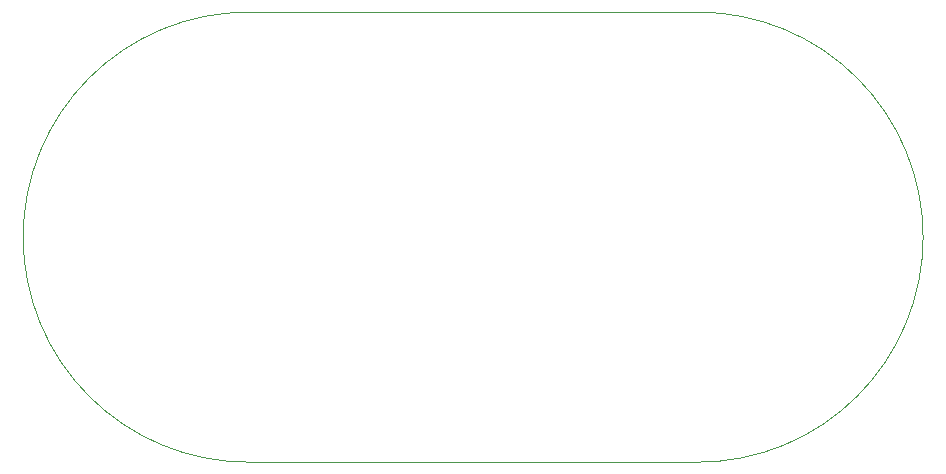
<source format=gbr>
G04 #@! TF.GenerationSoftware,KiCad,Pcbnew,(5.1.4-0)*
G04 #@! TF.CreationDate,2022-06-22T14:12:09-04:00*
G04 #@! TF.ProjectId,wheeler_lights,77686565-6c65-4725-9f6c-69676874732e,rev?*
G04 #@! TF.SameCoordinates,Original*
G04 #@! TF.FileFunction,Profile,NP*
%FSLAX46Y46*%
G04 Gerber Fmt 4.6, Leading zero omitted, Abs format (unit mm)*
G04 Created by KiCad (PCBNEW (5.1.4-0)) date 2022-06-22 14:12:09*
%MOMM*%
%LPD*%
G04 APERTURE LIST*
%ADD10C,0.100000*%
G04 APERTURE END LIST*
D10*
X101659998Y-33975000D02*
G75*
G02X101660000Y-72075000I2J-19050000D01*
G01*
X63560002Y-72075000D02*
X101660000Y-72075000D01*
X63560002Y-72075000D02*
G75*
G02X63560000Y-33975000I-2J19050000D01*
G01*
X101659999Y-33975001D02*
X63560000Y-33975001D01*
M02*

</source>
